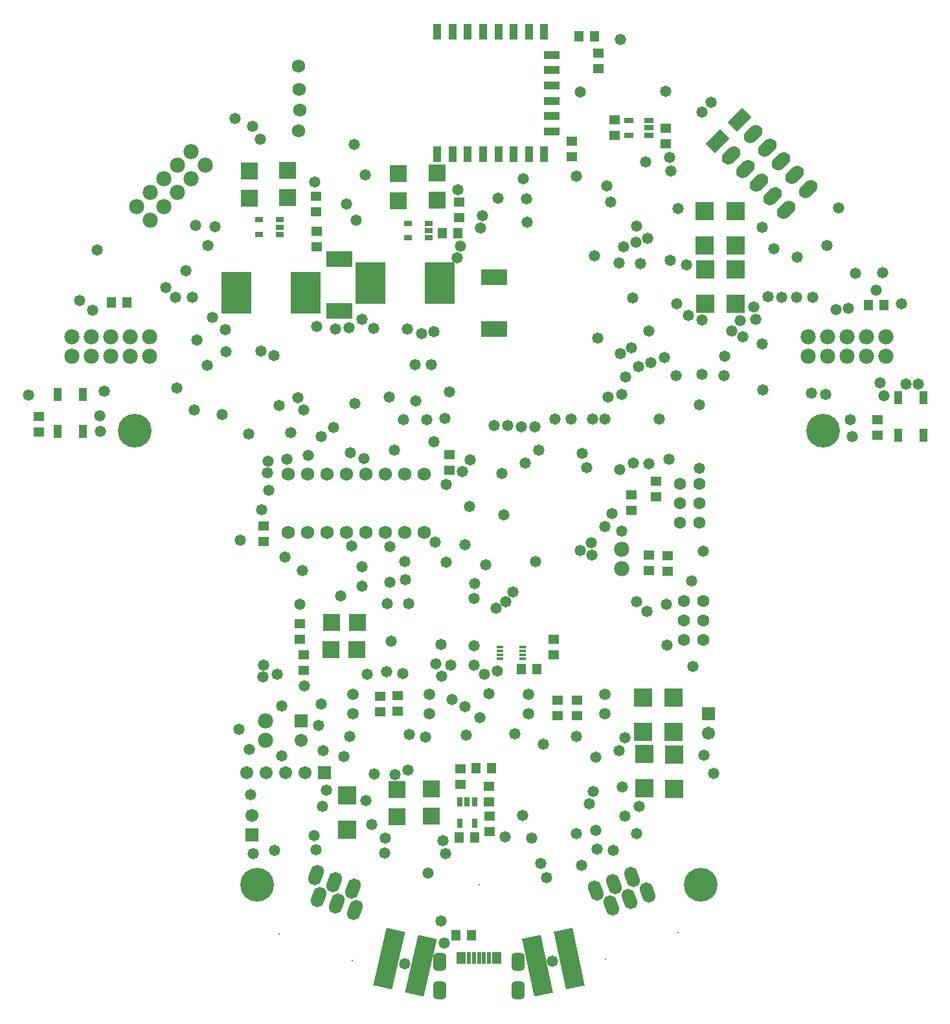
<source format=gts>
%FSLAX24Y24*%
%MOIN*%
G70*
G01*
G75*
G04 Layer_Color=8388736*
%ADD10R,0.0400X0.0500*%
%ADD11R,0.0800X0.0800*%
%ADD12R,0.0500X0.0400*%
%ADD13R,0.0394X0.0787*%
%ADD14R,0.0787X0.0394*%
%ADD15R,0.0433X0.0236*%
%ADD16R,0.0295X0.0118*%
%ADD17R,0.0870X0.0866*%
%ADD18R,0.1335X0.0772*%
%ADD19R,0.0787X0.1378*%
%ADD20R,0.0800X0.0800*%
%ADD21R,0.0394X0.0217*%
G04:AMPARAMS|DCode=22|XSize=90.6mil|YSize=295.3mil|CornerRadius=0mil|HoleSize=0mil|Usage=FLASHONLY|Rotation=167.000|XOffset=0mil|YOffset=0mil|HoleType=Round|Shape=Rectangle|*
%AMROTATEDRECTD22*
4,1,4,0.0773,0.1337,0.0109,-0.1540,-0.0773,-0.1337,-0.0109,0.1540,0.0773,0.1337,0.0*
%
%ADD22ROTATEDRECTD22*%

G04:AMPARAMS|DCode=23|XSize=90.6mil|YSize=295.3mil|CornerRadius=0mil|HoleSize=0mil|Usage=FLASHONLY|Rotation=192.000|XOffset=0mil|YOffset=0mil|HoleType=Round|Shape=Rectangle|*
%AMROTATEDRECTD23*
4,1,4,0.0136,0.1538,0.0750,-0.1350,-0.0136,-0.1538,-0.0750,0.1350,0.0136,0.1538,0.0*
%
%ADD23ROTATEDRECTD23*%

%ADD24R,0.0354X0.0591*%
%ADD25R,0.0236X0.0433*%
%ADD26R,0.0453X0.0591*%
%ADD27R,0.0157X0.0591*%
%ADD28C,0.0250*%
%ADD29C,0.0315*%
%ADD30C,0.0200*%
%ADD31C,0.0120*%
%ADD32C,0.0100*%
%ADD33C,0.0157*%
%ADD34C,0.0500*%
%ADD35C,0.0394*%
%ADD36C,0.0197*%
%ADD37C,0.0238*%
%ADD38C,0.0217*%
%ADD39C,0.0161*%
%ADD40C,0.0150*%
%ADD41C,0.0700*%
%ADD42C,0.0551*%
G04:AMPARAMS|DCode=43|XSize=99.4mil|YSize=60mil|CornerRadius=0mil|HoleSize=0mil|Usage=FLASHONLY|Rotation=45.000|XOffset=0mil|YOffset=0mil|HoleType=Round|Shape=Round|*
%AMOVALD43*
21,1,0.0394,0.0600,0.0000,0.0000,45.0*
1,1,0.0600,-0.0139,-0.0139*
1,1,0.0600,0.0139,0.0139*
%
%ADD43OVALD43*%

G04:AMPARAMS|DCode=44|XSize=99.4mil|YSize=60mil|CornerRadius=0mil|HoleSize=0mil|Usage=FLASHONLY|Rotation=45.000|XOffset=0mil|YOffset=0mil|HoleType=Round|Shape=Rectangle|*
%AMROTATEDRECTD44*
4,1,4,-0.0139,-0.0563,-0.0563,-0.0139,0.0139,0.0563,0.0563,0.0139,-0.0139,-0.0563,0.0*
%
%ADD44ROTATEDRECTD44*%

%ADD45C,0.0600*%
%ADD46C,0.0591*%
%ADD47R,0.0591X0.0591*%
%ADD48R,0.0591X0.0591*%
G04:AMPARAMS|DCode=49|XSize=60mil|YSize=99.4mil|CornerRadius=0mil|HoleSize=0mil|Usage=FLASHONLY|Rotation=20.000|XOffset=0mil|YOffset=0mil|HoleType=Round|Shape=Round|*
%AMOVALD49*
21,1,0.0394,0.0600,0.0000,0.0000,110.0*
1,1,0.0600,0.0067,-0.0185*
1,1,0.0600,-0.0067,0.0185*
%
%ADD49OVALD49*%

G04:AMPARAMS|DCode=50|XSize=60mil|YSize=99.4mil|CornerRadius=0mil|HoleSize=0mil|Usage=FLASHONLY|Rotation=340.000|XOffset=0mil|YOffset=0mil|HoleType=Round|Shape=Round|*
%AMOVALD50*
21,1,0.0394,0.0600,0.0000,0.0000,70.0*
1,1,0.0600,-0.0067,-0.0185*
1,1,0.0600,0.0067,0.0185*
%
%ADD50OVALD50*%

G04:AMPARAMS|DCode=51|XSize=86.6mil|YSize=63mil|CornerRadius=15.7mil|HoleSize=0mil|Usage=FLASHONLY|Rotation=90.000|XOffset=0mil|YOffset=0mil|HoleType=Round|Shape=RoundedRectangle|*
%AMROUNDEDRECTD51*
21,1,0.0866,0.0315,0,0,90.0*
21,1,0.0551,0.0630,0,0,90.0*
1,1,0.0315,0.0157,0.0276*
1,1,0.0315,0.0157,-0.0276*
1,1,0.0315,-0.0157,-0.0276*
1,1,0.0315,-0.0157,0.0276*
%
%ADD51ROUNDEDRECTD51*%
%ADD52C,0.1654*%
%ADD53C,0.0500*%
%ADD54R,0.0591X0.0354*%
%ADD55R,0.0315X0.0354*%
%ADD56R,0.2165X0.0787*%
%ADD57R,0.0866X0.0870*%
%ADD58R,0.0787X0.2165*%
%ADD59O,0.0217X0.0650*%
%ADD60O,0.0650X0.0217*%
%ADD61O,0.0118X0.0709*%
%ADD62O,0.0709X0.0118*%
%ADD63C,0.0120*%
%ADD64C,0.0080*%
%ADD65C,0.0020*%
%ADD66C,0.0079*%
%ADD67C,0.0039*%
%ADD68C,0.0020*%
%ADD69C,0.0061*%
%ADD70R,0.0480X0.0580*%
%ADD71R,0.0880X0.0880*%
%ADD72R,0.0580X0.0480*%
%ADD73R,0.0433X0.0827*%
%ADD74R,0.0827X0.0433*%
%ADD75R,0.0513X0.0316*%
%ADD76R,0.0335X0.0157*%
%ADD77R,0.0950X0.0946*%
%ADD78R,0.1374X0.0811*%
%ADD79R,0.1575X0.2165*%
%ADD80R,0.0880X0.0880*%
%ADD81R,0.0433X0.0256*%
G04:AMPARAMS|DCode=82|XSize=98.6mil|YSize=303.3mil|CornerRadius=0mil|HoleSize=0mil|Usage=FLASHONLY|Rotation=167.000|XOffset=0mil|YOffset=0mil|HoleType=Round|Shape=Rectangle|*
%AMROTATEDRECTD82*
4,1,4,0.0821,0.1367,0.0139,-0.1588,-0.0821,-0.1367,-0.0139,0.1588,0.0821,0.1367,0.0*
%
%ADD82ROTATEDRECTD82*%

G04:AMPARAMS|DCode=83|XSize=98.6mil|YSize=303.3mil|CornerRadius=0mil|HoleSize=0mil|Usage=FLASHONLY|Rotation=192.000|XOffset=0mil|YOffset=0mil|HoleType=Round|Shape=Rectangle|*
%AMROTATEDRECTD83*
4,1,4,0.0167,0.1586,0.0797,-0.1381,-0.0167,-0.1586,-0.0797,0.1381,0.0167,0.1586,0.0*
%
%ADD83ROTATEDRECTD83*%

%ADD84R,0.0434X0.0671*%
%ADD85R,0.0276X0.0472*%
%ADD86R,0.0492X0.0630*%
%ADD87R,0.0197X0.0630*%
%ADD88C,0.0780*%
G04:AMPARAMS|DCode=89|XSize=107.4mil|YSize=68mil|CornerRadius=0mil|HoleSize=0mil|Usage=FLASHONLY|Rotation=45.000|XOffset=0mil|YOffset=0mil|HoleType=Round|Shape=Round|*
%AMOVALD89*
21,1,0.0394,0.0680,0.0000,0.0000,45.0*
1,1,0.0680,-0.0139,-0.0139*
1,1,0.0680,0.0139,0.0139*
%
%ADD89OVALD89*%

G04:AMPARAMS|DCode=90|XSize=107.4mil|YSize=68mil|CornerRadius=0mil|HoleSize=0mil|Usage=FLASHONLY|Rotation=45.000|XOffset=0mil|YOffset=0mil|HoleType=Round|Shape=Rectangle|*
%AMROTATEDRECTD90*
4,1,4,-0.0139,-0.0620,-0.0620,-0.0139,0.0139,0.0620,0.0620,0.0139,-0.0139,-0.0620,0.0*
%
%ADD90ROTATEDRECTD90*%

%ADD91C,0.0680*%
%ADD92C,0.0671*%
%ADD93R,0.0671X0.0671*%
%ADD94R,0.0671X0.0671*%
%ADD95C,0.0080*%
G04:AMPARAMS|DCode=96|XSize=68mil|YSize=107.4mil|CornerRadius=0mil|HoleSize=0mil|Usage=FLASHONLY|Rotation=20.000|XOffset=0mil|YOffset=0mil|HoleType=Round|Shape=Round|*
%AMOVALD96*
21,1,0.0394,0.0680,0.0000,0.0000,110.0*
1,1,0.0680,0.0067,-0.0185*
1,1,0.0680,-0.0067,0.0185*
%
%ADD96OVALD96*%

G04:AMPARAMS|DCode=97|XSize=68mil|YSize=107.4mil|CornerRadius=0mil|HoleSize=0mil|Usage=FLASHONLY|Rotation=340.000|XOffset=0mil|YOffset=0mil|HoleType=Round|Shape=Round|*
%AMOVALD97*
21,1,0.0394,0.0680,0.0000,0.0000,70.0*
1,1,0.0680,-0.0067,-0.0185*
1,1,0.0680,0.0067,0.0185*
%
%ADD97OVALD97*%

G04:AMPARAMS|DCode=98|XSize=90.6mil|YSize=66.9mil|CornerRadius=17.7mil|HoleSize=0mil|Usage=FLASHONLY|Rotation=90.000|XOffset=0mil|YOffset=0mil|HoleType=Round|Shape=RoundedRectangle|*
%AMROUNDEDRECTD98*
21,1,0.0906,0.0315,0,0,90.0*
21,1,0.0551,0.0669,0,0,90.0*
1,1,0.0354,0.0157,0.0276*
1,1,0.0354,0.0157,-0.0276*
1,1,0.0354,-0.0157,-0.0276*
1,1,0.0354,-0.0157,0.0276*
%
%ADD98ROUNDEDRECTD98*%
%ADD99C,0.0630*%
%ADD100C,0.1734*%
%ADD101C,0.0580*%
G54D46*
X-2559Y-9827D02*
D03*
Y-10827D02*
D03*
X-6496D02*
D03*
Y-9827D02*
D03*
X2559Y-10827D02*
D03*
Y-9827D02*
D03*
X6496D02*
D03*
Y-10827D02*
D03*
G54D70*
X2994Y-8551D02*
D03*
X2194D02*
D03*
X-1883Y13898D02*
D03*
X-1083D02*
D03*
X5952Y24023D02*
D03*
X5152D02*
D03*
X-234Y-17203D02*
D03*
X-1034D02*
D03*
X655Y-13659D02*
D03*
X-145D02*
D03*
X-1181Y-22244D02*
D03*
X-381D02*
D03*
X-18126Y10335D02*
D03*
X-18926D02*
D03*
X20861Y10204D02*
D03*
X20061D02*
D03*
G54D71*
X-6241Y-6158D02*
D03*
X-7591D02*
D03*
X-6283Y-7539D02*
D03*
X-7633D02*
D03*
G54D72*
X-9215Y-7004D02*
D03*
Y-6204D02*
D03*
X-9004Y-7797D02*
D03*
Y-8597D02*
D03*
X9606Y18480D02*
D03*
Y19280D02*
D03*
X6983Y19738D02*
D03*
Y18938D02*
D03*
X7855Y-365D02*
D03*
Y435D02*
D03*
X9122Y334D02*
D03*
Y1134D02*
D03*
X-5081Y-10730D02*
D03*
Y-9930D02*
D03*
X-4177Y-10725D02*
D03*
Y-9925D02*
D03*
X4050Y-10931D02*
D03*
Y-10131D02*
D03*
X5033Y-10931D02*
D03*
Y-10131D02*
D03*
X3834Y-6996D02*
D03*
Y-7796D02*
D03*
X-11083Y-1176D02*
D03*
Y-1976D02*
D03*
X-1508Y1701D02*
D03*
Y2501D02*
D03*
X-1025Y15502D02*
D03*
Y14702D02*
D03*
X-8369Y14002D02*
D03*
Y13202D02*
D03*
X-8389Y15799D02*
D03*
Y14999D02*
D03*
X6142Y23169D02*
D03*
Y22369D02*
D03*
X4767Y17811D02*
D03*
Y18611D02*
D03*
X541Y-16918D02*
D03*
Y-16118D02*
D03*
X519Y-15387D02*
D03*
Y-14587D02*
D03*
X-943Y-13681D02*
D03*
Y-14481D02*
D03*
X20504Y3486D02*
D03*
Y4286D02*
D03*
X-22665Y3669D02*
D03*
Y4469D02*
D03*
X9708Y-2704D02*
D03*
Y-3504D02*
D03*
X8762Y-2664D02*
D03*
Y-3464D02*
D03*
G54D73*
X-2150Y24244D02*
D03*
X-1363D02*
D03*
X-575D02*
D03*
X212D02*
D03*
X999D02*
D03*
X1787D02*
D03*
X2574D02*
D03*
X3362D02*
D03*
Y17945D02*
D03*
X2574D02*
D03*
X1787D02*
D03*
X999D02*
D03*
X212D02*
D03*
X-575D02*
D03*
X-1363D02*
D03*
X-2150D02*
D03*
G54D74*
X3755Y23063D02*
D03*
Y22276D02*
D03*
Y21488D02*
D03*
Y20701D02*
D03*
Y19913D02*
D03*
Y19126D02*
D03*
G54D75*
X8760Y18936D02*
D03*
Y19310D02*
D03*
Y19684D02*
D03*
X7697D02*
D03*
Y18936D02*
D03*
G54D76*
X2236Y-7406D02*
D03*
Y-7602D02*
D03*
Y-7799D02*
D03*
Y-7996D02*
D03*
X1094D02*
D03*
Y-7799D02*
D03*
Y-7602D02*
D03*
Y-7406D02*
D03*
G54D77*
X10016Y-10002D02*
D03*
Y-11774D02*
D03*
X11602Y15031D02*
D03*
Y13260D02*
D03*
X10041Y-12929D02*
D03*
Y-14701D02*
D03*
X11646Y12016D02*
D03*
Y10244D02*
D03*
X8500Y-12900D02*
D03*
Y-14671D02*
D03*
X13220Y12016D02*
D03*
Y10244D02*
D03*
X8441Y-10002D02*
D03*
Y-11774D02*
D03*
X13207Y15026D02*
D03*
Y13254D02*
D03*
X-6794Y-15030D02*
D03*
Y-16802D02*
D03*
G54D78*
X790Y11624D02*
D03*
Y8943D02*
D03*
X-7197Y12556D02*
D03*
Y9875D02*
D03*
G54D79*
X-5572Y11310D02*
D03*
X-2029D02*
D03*
X-12480Y10819D02*
D03*
X-8936D02*
D03*
G54D80*
X-4145Y16973D02*
D03*
Y15573D02*
D03*
X-2157Y16976D02*
D03*
Y15576D02*
D03*
X-11804Y17099D02*
D03*
Y15699D02*
D03*
X-9843Y17126D02*
D03*
Y15726D02*
D03*
X-2465Y-16117D02*
D03*
Y-14717D02*
D03*
X-4216Y-16143D02*
D03*
Y-14743D02*
D03*
G54D81*
X-3643Y13653D02*
D03*
Y14401D02*
D03*
X-2580D02*
D03*
Y14027D02*
D03*
Y13653D02*
D03*
X-11316Y13832D02*
D03*
Y14581D02*
D03*
X-10253D02*
D03*
Y14206D02*
D03*
Y13832D02*
D03*
G54D82*
X-4613Y-23436D02*
D03*
X-3002Y-23808D02*
D03*
G54D83*
X3018Y-23794D02*
D03*
X4635Y-23450D02*
D03*
G54D84*
X21575Y3490D02*
D03*
Y5419D02*
D03*
X22874Y3490D02*
D03*
Y5419D02*
D03*
X-21683Y3677D02*
D03*
Y5606D02*
D03*
X-20384Y3677D02*
D03*
Y5606D02*
D03*
G54D85*
X-232Y-16481D02*
D03*
X-980D02*
D03*
Y-15379D02*
D03*
X-606D02*
D03*
X-232D02*
D03*
G54D86*
X-915Y-23417D02*
D03*
X915D02*
D03*
G54D87*
X-512D02*
D03*
X-256D02*
D03*
X0D02*
D03*
X256D02*
D03*
X512D02*
D03*
G54D88*
X7350Y-3360D02*
D03*
Y-2360D02*
D03*
X-10995Y-12199D02*
D03*
Y-11199D02*
D03*
X20961Y8551D02*
D03*
X19961Y7551D02*
D03*
Y8551D02*
D03*
X18961Y7551D02*
D03*
Y8551D02*
D03*
X17961Y7551D02*
D03*
Y8551D02*
D03*
X16961Y7551D02*
D03*
Y8551D02*
D03*
X20961Y7551D02*
D03*
X-16961Y8551D02*
D03*
X-17961Y7551D02*
D03*
Y8551D02*
D03*
X-18961Y7551D02*
D03*
Y8551D02*
D03*
X-19961Y7551D02*
D03*
Y8551D02*
D03*
X-20961Y7551D02*
D03*
Y8551D02*
D03*
X-16961Y7551D02*
D03*
X-16929Y14567D02*
D03*
X-14808Y18102D02*
D03*
X-14101Y17395D02*
D03*
X-15515Y17395D02*
D03*
X-14808Y16688D02*
D03*
X-16222Y16688D02*
D03*
X-15515Y15981D02*
D03*
X-16929Y15981D02*
D03*
X-16222Y15274D02*
D03*
X-17636Y15274D02*
D03*
G54D89*
X14409Y16492D02*
D03*
X15116Y15785D02*
D03*
X13702Y17199D02*
D03*
X12995Y17907D02*
D03*
X15823Y15078D02*
D03*
X16956Y16174D02*
D03*
X14128Y19002D02*
D03*
X14835Y18295D02*
D03*
X16249Y16881D02*
D03*
X15542Y17588D02*
D03*
G54D90*
X12288Y18614D02*
D03*
X13421Y19709D02*
D03*
G54D91*
X-2819Y-1514D02*
D03*
X-3819D02*
D03*
X-4819D02*
D03*
X-5819D02*
D03*
X-6819D02*
D03*
X-7819D02*
D03*
X-8819D02*
D03*
X-9819D02*
D03*
X-2819Y1486D02*
D03*
X-3819D02*
D03*
X-4819D02*
D03*
X-5819D02*
D03*
X-6819D02*
D03*
X-7819D02*
D03*
X-8819D02*
D03*
X-9819D02*
D03*
X-9272Y22482D02*
D03*
Y19159D02*
D03*
X-9258Y21300D02*
D03*
X-9208Y20238D02*
D03*
G54D92*
X-11967Y-13881D02*
D03*
X-10967D02*
D03*
X-9967D02*
D03*
X-8967D02*
D03*
X-9156Y-12205D02*
D03*
X-11673Y-16067D02*
D03*
X11811Y-11832D02*
D03*
G54D93*
X-7967Y-13881D02*
D03*
G54D94*
X-9156Y-11205D02*
D03*
X-11673Y-17067D02*
D03*
X11811Y-10832D02*
D03*
G54D95*
X10258Y-22119D02*
D03*
X6499Y-23487D02*
D03*
X-6527Y-23550D02*
D03*
X-10285Y-22182D02*
D03*
X-0Y-19638D02*
D03*
G54D96*
X8696Y-20027D02*
D03*
X7756Y-20369D02*
D03*
X6817Y-20711D02*
D03*
X7888Y-19257D02*
D03*
X6948Y-19599D02*
D03*
X6008Y-19941D02*
D03*
G54D97*
X-6378Y-20944D02*
D03*
X-7318Y-20602D02*
D03*
X-8258Y-20260D02*
D03*
X-6502Y-19835D02*
D03*
X-7442Y-19493D02*
D03*
X-8382Y-19151D02*
D03*
G54D98*
X-2008Y-23617D02*
D03*
Y-25074D02*
D03*
X2008D02*
D03*
Y-23617D02*
D03*
G54D99*
X11357Y-1008D02*
D03*
X10357D02*
D03*
X11357Y-8D02*
D03*
X10357D02*
D03*
X11357Y992D02*
D03*
X10357D02*
D03*
X11560Y-7042D02*
D03*
X10560D02*
D03*
X11560Y-6042D02*
D03*
X10560D02*
D03*
X11560Y-5042D02*
D03*
X10560D02*
D03*
G54D100*
X-11417Y-19638D02*
D03*
X11417D02*
D03*
X17717Y3740D02*
D03*
X-17717D02*
D03*
G54D101*
X7350Y-1449D02*
D03*
X6858Y-559D02*
D03*
X-1772Y-22638D02*
D03*
X-5510Y-16550D02*
D03*
X-5808Y-15325D02*
D03*
X-4334Y-13974D02*
D03*
X-4836Y-17236D02*
D03*
X-5386Y-13950D02*
D03*
X-15627Y10601D02*
D03*
X5024Y-12019D02*
D03*
X-6006Y-4285D02*
D03*
X-11866Y3560D02*
D03*
X6009Y-13065D02*
D03*
X7226Y-12728D02*
D03*
X7510Y-12072D02*
D03*
X-706Y-10463D02*
D03*
X502Y-9803D02*
D03*
X956Y-8642D02*
D03*
X272Y-8801D02*
D03*
X42Y-11058D02*
D03*
X-3640Y-13732D02*
D03*
X-3601Y-11911D02*
D03*
X-6962Y-13028D02*
D03*
X-8254Y-11454D02*
D03*
X-8115Y-10336D02*
D03*
X-9001Y-9400D02*
D03*
X-6661Y-11993D02*
D03*
X3320Y-12411D02*
D03*
X-1936Y-8904D02*
D03*
X-265Y-7353D02*
D03*
X-1955Y-7280D02*
D03*
X-257Y-8351D02*
D03*
X-2746Y-12029D02*
D03*
X9763Y2251D02*
D03*
X-4531Y-7118D02*
D03*
X-9215Y-5225D02*
D03*
X-11133Y-8947D02*
D03*
X-13070Y8925D02*
D03*
X11475Y6617D02*
D03*
X20780Y11867D02*
D03*
X6785Y15483D02*
D03*
X-1676Y946D02*
D03*
X19007Y10019D02*
D03*
X8693Y13610D02*
D03*
X82Y14151D02*
D03*
X192Y14795D02*
D03*
X-12365Y-11655D02*
D03*
X-11832Y-12667D02*
D03*
X-9702Y3619D02*
D03*
X-13221Y4545D02*
D03*
X-9034Y4775D02*
D03*
X-10142Y-12997D02*
D03*
Y-10430D02*
D03*
X2465Y14463D02*
D03*
X975Y15690D02*
D03*
X-1090Y16123D02*
D03*
X6563Y16311D02*
D03*
X8573Y17557D02*
D03*
X2453Y15672D02*
D03*
X-19892Y9936D02*
D03*
X-5848Y16895D02*
D03*
X-6426Y18464D02*
D03*
X-19658Y13019D02*
D03*
X-13591Y14227D02*
D03*
X-11244Y18732D02*
D03*
X-11638Y19383D02*
D03*
X-14577Y14300D02*
D03*
X-6307Y14562D02*
D03*
X5018Y16833D02*
D03*
X9292Y4311D02*
D03*
X10165Y10241D02*
D03*
X10775Y9662D02*
D03*
X-20562Y10415D02*
D03*
X-13997Y7100D02*
D03*
X-8016Y-12749D02*
D03*
X-13950Y13250D02*
D03*
X6476Y4335D02*
D03*
X2874Y3937D02*
D03*
X2165D02*
D03*
X3910Y4327D02*
D03*
X-3813Y-2997D02*
D03*
X9626Y21201D02*
D03*
X5204Y21159D02*
D03*
X17126Y5669D02*
D03*
X17835Y5591D02*
D03*
X1338Y-17161D02*
D03*
X3191Y-18534D02*
D03*
X3780Y-23561D02*
D03*
X-3807Y-23694D02*
D03*
X-2618Y-19029D02*
D03*
X-4840Y-18018D02*
D03*
X11555Y-2466D02*
D03*
X-13024Y7804D02*
D03*
X8082Y13426D02*
D03*
X16372Y12665D02*
D03*
X15583Y10582D02*
D03*
X5269Y-18654D02*
D03*
X-1129Y12630D02*
D03*
X-944Y13225D02*
D03*
X7448Y13196D02*
D03*
X11475Y9435D02*
D03*
X16336Y10606D02*
D03*
X15175Y13103D02*
D03*
X11956Y20612D02*
D03*
X11494Y20109D02*
D03*
X17909Y13241D02*
D03*
X21752Y10246D02*
D03*
X-3673Y8965D02*
D03*
X-2962Y8719D02*
D03*
X7218Y12358D02*
D03*
X8316Y12310D02*
D03*
X6899Y-17883D02*
D03*
X3473Y-19274D02*
D03*
X6069Y-17805D02*
D03*
X5997Y-16832D02*
D03*
X12080Y-13896D02*
D03*
X11333Y1795D02*
D03*
X11333Y5063D02*
D03*
X9689Y-7297D02*
D03*
X9659Y-5223D02*
D03*
X-9895Y2252D02*
D03*
X-4607Y5464D02*
D03*
X-7471Y3879D02*
D03*
X9867Y17096D02*
D03*
X9809Y17805D02*
D03*
X2263Y16695D02*
D03*
X5953Y12729D02*
D03*
X8117Y14251D02*
D03*
X10241Y15173D02*
D03*
X-16119Y11080D02*
D03*
X-15087Y11961D02*
D03*
X-12564Y19786D02*
D03*
X10680Y12258D02*
D03*
X14620Y5832D02*
D03*
X12606Y6544D02*
D03*
X9844Y12481D02*
D03*
X785Y3976D02*
D03*
X1472D02*
D03*
X-1530Y5723D02*
D03*
X-3897Y4286D02*
D03*
X-3253Y5260D02*
D03*
X7347Y5586D02*
D03*
X-4360Y2715D02*
D03*
X7923Y10569D02*
D03*
X-1946Y-21508D02*
D03*
X-1727Y-18052D02*
D03*
X-1853Y-17378D02*
D03*
X6632Y5456D02*
D03*
X-11758Y-14998D02*
D03*
X-11622Y-18052D02*
D03*
X-9092Y-3482D02*
D03*
X6118Y8487D02*
D03*
X8734Y8854D02*
D03*
X7844Y8007D02*
D03*
X7544Y6494D02*
D03*
X8202Y7035D02*
D03*
X7296Y7683D02*
D03*
X10145Y6561D02*
D03*
X-8493Y-17094D02*
D03*
X-4749Y-8661D02*
D03*
X8762Y2038D02*
D03*
X-8382Y-17847D02*
D03*
X-3906Y-8766D02*
D03*
X-6037Y9454D02*
D03*
X-5428Y8993D02*
D03*
X5835Y4337D02*
D03*
X5892Y-14859D02*
D03*
X9560Y7481D02*
D03*
X4735Y4334D02*
D03*
X8853Y7211D02*
D03*
X14251Y9449D02*
D03*
X14595Y8184D02*
D03*
X13570Y8561D02*
D03*
X13435Y9404D02*
D03*
X13011Y8850D02*
D03*
X12633Y7547D02*
D03*
X-8461Y16508D02*
D03*
X-6813Y15399D02*
D03*
X-6689Y9025D02*
D03*
X-3299Y7117D02*
D03*
X-2469Y7113D02*
D03*
X-499Y-182D02*
D03*
X1169Y1522D02*
D03*
X-2312Y8829D02*
D03*
X-1769Y4345D02*
D03*
X-455Y2209D02*
D03*
X-859Y1626D02*
D03*
X-2683Y4276D02*
D03*
X6496Y-1201D02*
D03*
X5772Y-2052D02*
D03*
X8639Y-5573D02*
D03*
X-212Y-4157D02*
D03*
X336Y-3190D02*
D03*
X-732Y-2151D02*
D03*
X-2244Y-1995D02*
D03*
X-4577Y-2250D02*
D03*
X-6622Y2582D02*
D03*
X-9983Y-2780D02*
D03*
X2375Y2070D02*
D03*
X8233Y-15599D02*
D03*
X7393Y-14602D02*
D03*
X-7848Y-14773D02*
D03*
X18518Y15203D02*
D03*
X20443Y10955D02*
D03*
X19112Y4289D02*
D03*
X19205Y3408D02*
D03*
X17169Y10603D02*
D03*
X19395Y11812D02*
D03*
X18385Y9970D02*
D03*
X20660Y6187D02*
D03*
X20835Y5509D02*
D03*
X21987Y6136D02*
D03*
X22624Y6138D02*
D03*
X14575Y14179D02*
D03*
X14892Y10608D02*
D03*
X14158Y10084D02*
D03*
X-5741Y-8821D02*
D03*
X-14643Y4780D02*
D03*
X-7399Y8959D02*
D03*
X-8365Y9082D02*
D03*
X-14745Y10590D02*
D03*
X-13715Y9570D02*
D03*
X-10871Y1545D02*
D03*
X-10840Y2167D02*
D03*
X-10540Y7581D02*
D03*
X-11215Y7828D02*
D03*
X-14531Y8392D02*
D03*
X-9323Y5436D02*
D03*
X-15568Y5940D02*
D03*
X-19297Y5757D02*
D03*
X-10298Y5022D02*
D03*
X-10810Y666D02*
D03*
X10935Y-4007D02*
D03*
X10998Y-8420D02*
D03*
X-6011Y-3276D02*
D03*
X-5935Y2296D02*
D03*
X-6562Y-2201D02*
D03*
X-8104Y3429D02*
D03*
X-3788Y-3946D02*
D03*
X-6399Y5129D02*
D03*
X-8802Y2458D02*
D03*
X-19482Y3677D02*
D03*
X-23199Y5571D02*
D03*
X7295Y23846D02*
D03*
X-2305Y3173D02*
D03*
X3063Y2718D02*
D03*
X-19535Y4502D02*
D03*
X-11192Y-345D02*
D03*
X-12273Y-1914D02*
D03*
X-7118Y-4784D02*
D03*
X-4716Y-5175D02*
D03*
X-3631D02*
D03*
X7944Y2067D02*
D03*
X-1673Y-3031D02*
D03*
X-4592Y-4081D02*
D03*
X880Y-5417D02*
D03*
X2917Y-3007D02*
D03*
X8103Y-5065D02*
D03*
X1385Y-5073D02*
D03*
X5211Y-2445D02*
D03*
X5811Y-2668D02*
D03*
X1271Y-605D02*
D03*
X5308Y2555D02*
D03*
X5554Y1809D02*
D03*
X7231Y1737D02*
D03*
X-2230Y-8260D02*
D03*
X-8058Y-15622D02*
D03*
X-10514Y-17892D02*
D03*
X5673Y-15460D02*
D03*
X2728Y-17236D02*
D03*
X5028Y-17005D02*
D03*
X8113Y-17009D02*
D03*
X7515Y-16097D02*
D03*
X-1456Y-8346D02*
D03*
X-661Y-11950D02*
D03*
X-1388Y-10095D02*
D03*
X-240Y-4907D02*
D03*
X1733Y-4580D02*
D03*
X-11102Y-8347D02*
D03*
X-10381Y-8819D02*
D03*
X2246Y-16063D02*
D03*
X1861Y-11886D02*
D03*
X11582Y-12968D02*
D03*
M02*

</source>
